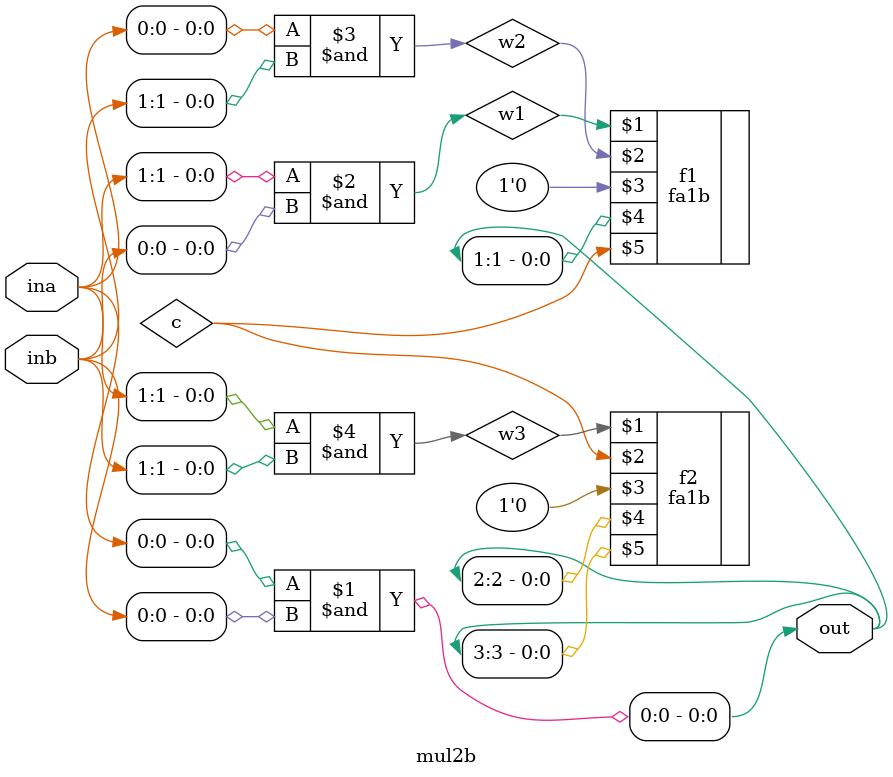
<source format=v>
/* 2-bit Multiplier */
module mul2b(ina,inb,out);
  input [1:0] ina,inb;
  output [3:0] out;
  wire w1,w2,w3,c;
  
  and g0(out[0],ina[0],inb[0]);
  and g1(w1,ina[1],inb[0]);
  and g2(w2,ina[0],inb[1]);
  and b3(w3,ina[1],inb[1]);
  
  fa1b f1(w1,w2,1'b0,out[1],c);
  fa1b f2(w3,c,1'b0,out[2],out[3]);
endmodule
</source>
